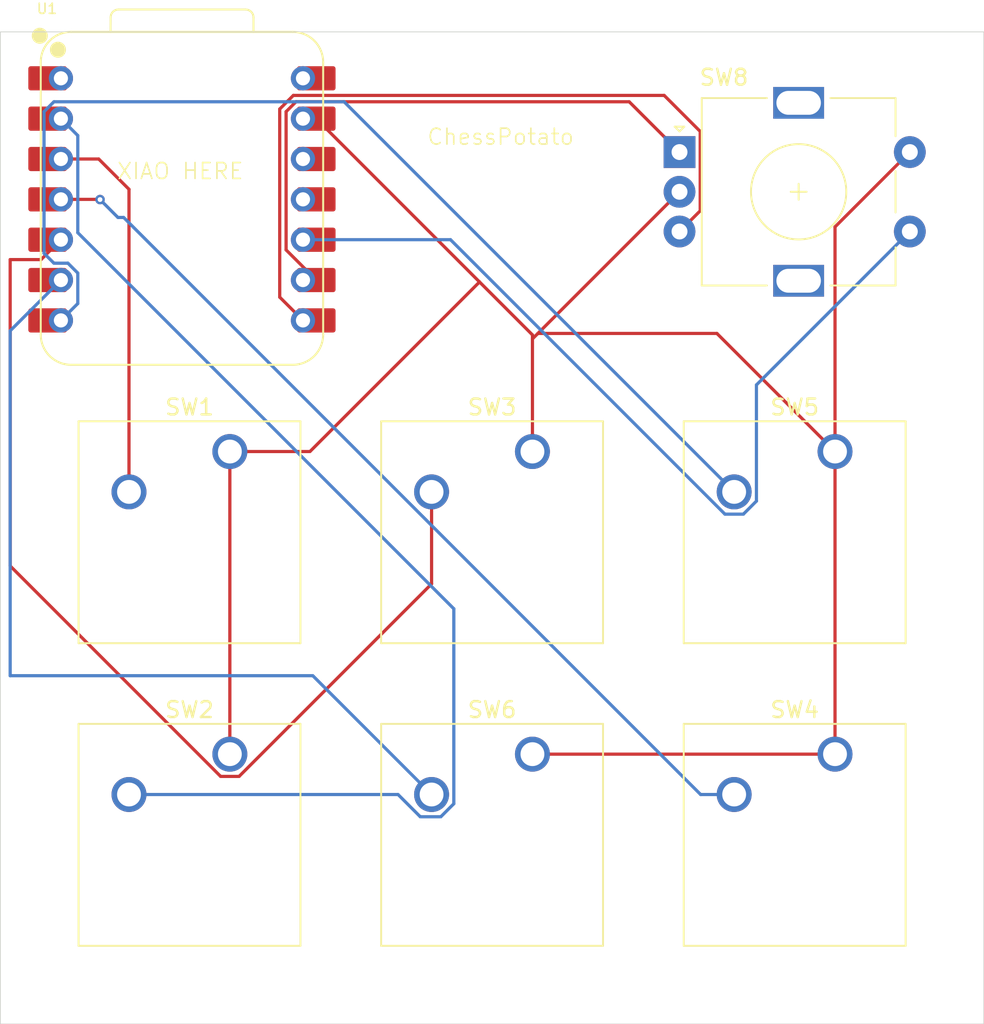
<source format=kicad_pcb>
(kicad_pcb (version 20241229) (generator "pcbnew") (generator_version "9.0")
  (layers (0 "F.Cu" signal) (2 "B.Cu" signal) (13 "F.Paste" user) (15 "B.Paste" user) (5 "F.SilkS" user "F.Silkscreen") (7 "B.SilkS" user "B.Silkscreen") (1 "F.Mask" user) (3 "B.Mask" user) (25 "Edge.Cuts" user))
  (net 0 "")
  (net 1 "GND")
  (net 2 "Net-(U1-GPIO28{slash}ADC2{slash}A2)")
  (net 3 "Net-(U1-GPIO27{slash}ADC1{slash}A1)")
  (net 4 "Net-(U1-GPIO6{slash}SDA)")
  (net 5 "Net-(U1-GPIO29{slash}ADC3{slash}A3)")
  (net 6 "Net-(U1-GPIO0{slash}TX)")
  (net 7 "Net-(U1-GPIO7{slash}SCL)")
  (net 8 "Net-(U1-GPIO4{slash}MISO)")
  (net 9 "Net-(U1-GPIO2{slash}SCK)")
  (net 10 "Net-(U1-GPIO1{slash}RX)")
  (net 12 "+5V")
  (footprint "Button_Switch_Keyboard:SW_Cherry_MX_1.00u_PCB" (layer "F.Cu") (at 135.274832 57.327172)
    (property "Reference" "SW3" (at -2.54 -2.794 0) (layer "F.SilkS"))
    (property "Value" "SW_Push")
    (fp_line (start -9.525 -1.905) (end 4.445 -1.905) (stroke (width 0.12)) (layer "F.SilkS"))
    (fp_line (start -9.525 12.065) (end -9.525 -1.905) (stroke (width 0.12)) (layer "F.SilkS"))
    (fp_line (start 4.445 -1.905) (end 4.445 12.065) (stroke (width 0.12)) (layer "F.SilkS"))
    (fp_line (start 4.445 12.065) (end -9.525 12.065) (stroke (width 0.12)) (layer "F.SilkS"))
    (pad "" np_thru_hole circle (at -7.62 5.08) (size 1.7 1.7) (drill 1.7) (layers "*.Cu" "*.Mask"))
    (pad "" np_thru_hole circle (at -2.54 5.08) (size 4 4) (drill 4) (layers "*.Cu" "*.Mask"))
    (pad "" np_thru_hole circle (at 2.54 5.08) (size 1.7 1.7) (drill 1.7) (layers "*.Cu" "*.Mask"))
    (pad "1" thru_hole circle (at 0 0) (size 2.2 2.2) (drill 1.5) (layers "*.Cu" "*.Mask") (net 1 "GND"))
    (pad "2" thru_hole circle (at -6.35 2.54) (size 2.2 2.2) (drill 1.5) (layers "*.Cu" "*.Mask") (net 4 "Net-(U1-GPIO6{slash}SDA)"))
  )
  (footprint "Button_Switch_Keyboard:SW_Cherry_MX_1.00u_PCB" (layer "F.Cu") (at 154.324832 57.327172)
    (property "Reference" "SW5" (at -2.54 -2.794 0) (layer "F.SilkS"))
    (property "Value" "SW_Push")
    (fp_line (start -9.525 -1.905) (end 4.445 -1.905) (stroke (width 0.12)) (layer "F.SilkS"))
    (fp_line (start -9.525 12.065) (end -9.525 -1.905) (stroke (width 0.12)) (layer "F.SilkS"))
    (fp_line (start 4.445 -1.905) (end 4.445 12.065) (stroke (width 0.12)) (layer "F.SilkS"))
    (fp_line (start 4.445 12.065) (end -9.525 12.065) (stroke (width 0.12)) (layer "F.SilkS"))
    (pad "" np_thru_hole circle (at -7.62 5.08) (size 1.7 1.7) (drill 1.7) (layers "*.Cu" "*.Mask"))
    (pad "" np_thru_hole circle (at -2.54 5.08) (size 4 4) (drill 4) (layers "*.Cu" "*.Mask"))
    (pad "" np_thru_hole circle (at 2.54 5.08) (size 1.7 1.7) (drill 1.7) (layers "*.Cu" "*.Mask"))
    (pad "1" thru_hole circle (at 0 0) (size 2.2 2.2) (drill 1.5) (layers "*.Cu" "*.Mask") (net 1 "GND"))
    (pad "2" thru_hole circle (at -6.35 2.54) (size 2.2 2.2) (drill 1.5) (layers "*.Cu" "*.Mask") (net 6 "Net-(U1-GPIO0{slash}TX)"))
  )
  (footprint "Button_Switch_Keyboard:SW_Cherry_MX_1.00u_PCB" (layer "F.Cu") (at 135.274832 76.377172)
    (property "Reference" "SW6" (at -2.54 -2.794 0) (layer "F.SilkS"))
    (property "Value" "SW_Push")
    (fp_line (start -9.525 -1.905) (end 4.445 -1.905) (stroke (width 0.12)) (layer "F.SilkS"))
    (fp_line (start -9.525 12.065) (end -9.525 -1.905) (stroke (width 0.12)) (layer "F.SilkS"))
    (fp_line (start 4.445 -1.905) (end 4.445 12.065) (stroke (width 0.12)) (layer "F.SilkS"))
    (fp_line (start 4.445 12.065) (end -9.525 12.065) (stroke (width 0.12)) (layer "F.SilkS"))
    (pad "" np_thru_hole circle (at -7.62 5.08) (size 1.7 1.7) (drill 1.7) (layers "*.Cu" "*.Mask"))
    (pad "" np_thru_hole circle (at -2.54 5.08) (size 4 4) (drill 4) (layers "*.Cu" "*.Mask"))
    (pad "" np_thru_hole circle (at 2.54 5.08) (size 1.7 1.7) (drill 1.7) (layers "*.Cu" "*.Mask"))
    (pad "1" thru_hole circle (at 0 0) (size 2.2 2.2) (drill 1.5) (layers "*.Cu" "*.Mask") (net 1 "GND"))
    (pad "2" thru_hole circle (at -6.35 2.54) (size 2.2 2.2) (drill 1.5) (layers "*.Cu" "*.Mask") (net 7 "Net-(U1-GPIO7{slash}SCL)"))
  )
  (footprint "Button_Switch_Keyboard:SW_Cherry_MX_1.00u_PCB" (layer "F.Cu") (at 116.224832 76.377172)
    (property "Reference" "SW2" (at -2.54 -2.794 0) (layer "F.SilkS"))
    (property "Value" "SW_Push")
    (fp_line (start -9.525 -1.905) (end 4.445 -1.905) (stroke (width 0.12)) (layer "F.SilkS"))
    (fp_line (start -9.525 12.065) (end -9.525 -1.905) (stroke (width 0.12)) (layer "F.SilkS"))
    (fp_line (start 4.445 -1.905) (end 4.445 12.065) (stroke (width 0.12)) (layer "F.SilkS"))
    (fp_line (start 4.445 12.065) (end -9.525 12.065) (stroke (width 0.12)) (layer "F.SilkS"))
    (pad "" np_thru_hole circle (at -7.62 5.08) (size 1.7 1.7) (drill 1.7) (layers "*.Cu" "*.Mask"))
    (pad "" np_thru_hole circle (at -2.54 5.08) (size 4 4) (drill 4) (layers "*.Cu" "*.Mask"))
    (pad "" np_thru_hole circle (at 2.54 5.08) (size 1.7 1.7) (drill 1.7) (layers "*.Cu" "*.Mask"))
    (pad "1" thru_hole circle (at 0 0) (size 2.2 2.2) (drill 1.5) (layers "*.Cu" "*.Mask") (net 1 "GND"))
    (pad "2" thru_hole circle (at -6.35 2.54) (size 2.2 2.2) (drill 1.5) (layers "*.Cu" "*.Mask") (net 3 "Net-(U1-GPIO27{slash}ADC1{slash}A1)"))
  )
  (footprint "Button_Switch_Keyboard:SW_Cherry_MX_1.00u_PCB" (layer "F.Cu") (at 154.324832 76.377172)
    (property "Reference" "SW4" (at -2.54 -2.794 0) (layer "F.SilkS"))
    (property "Value" "SW_Push")
    (fp_line (start -9.525 -1.905) (end 4.445 -1.905) (stroke (width 0.12)) (layer "F.SilkS"))
    (fp_line (start -9.525 12.065) (end -9.525 -1.905) (stroke (width 0.12)) (layer "F.SilkS"))
    (fp_line (start 4.445 -1.905) (end 4.445 12.065) (stroke (width 0.12)) (layer "F.SilkS"))
    (fp_line (start 4.445 12.065) (end -9.525 12.065) (stroke (width 0.12)) (layer "F.SilkS"))
    (pad "" np_thru_hole circle (at -7.62 5.08) (size 1.7 1.7) (drill 1.7) (layers "*.Cu" "*.Mask"))
    (pad "" np_thru_hole circle (at -2.54 5.08) (size 4 4) (drill 4) (layers "*.Cu" "*.Mask"))
    (pad "" np_thru_hole circle (at 2.54 5.08) (size 1.7 1.7) (drill 1.7) (layers "*.Cu" "*.Mask"))
    (pad "1" thru_hole circle (at 0 0) (size 2.2 2.2) (drill 1.5) (layers "*.Cu" "*.Mask") (net 1 "GND"))
    (pad "2" thru_hole circle (at -6.35 2.54) (size 2.2 2.2) (drill 1.5) (layers "*.Cu" "*.Mask") (net 5 "Net-(U1-GPIO29{slash}ADC3{slash}A3)"))
  )
  (footprint "Button_Switch_Keyboard:SW_Cherry_MX_1.00u_PCB" (layer "F.Cu") (at 116.224832 57.327172)
    (property "Reference" "SW1" (at -2.54 -2.794 0) (layer "F.SilkS"))
    (property "Value" "SW_Push")
    (fp_line (start -9.525 -1.905) (end 4.445 -1.905) (stroke (width 0.12)) (layer "F.SilkS"))
    (fp_line (start -9.525 12.065) (end -9.525 -1.905) (stroke (width 0.12)) (layer "F.SilkS"))
    (fp_line (start 4.445 -1.905) (end 4.445 12.065) (stroke (width 0.12)) (layer "F.SilkS"))
    (fp_line (start 4.445 12.065) (end -9.525 12.065) (stroke (width 0.12)) (layer "F.SilkS"))
    (pad "" np_thru_hole circle (at -7.62 5.08) (size 1.7 1.7) (drill 1.7) (layers "*.Cu" "*.Mask"))
    (pad "" np_thru_hole circle (at -2.54 5.08) (size 4 4) (drill 4) (layers "*.Cu" "*.Mask"))
    (pad "" np_thru_hole circle (at 2.54 5.08) (size 1.7 1.7) (drill 1.7) (layers "*.Cu" "*.Mask"))
    (pad "1" thru_hole circle (at 0 0) (size 2.2 2.2) (drill 1.5) (layers "*.Cu" "*.Mask") (net 1 "GND"))
    (pad "2" thru_hole circle (at -6.35 2.54) (size 2.2 2.2) (drill 1.5) (layers "*.Cu" "*.Mask") (net 2 "Net-(U1-GPIO28{slash}ADC2{slash}A2)"))
  )
  (footprint "Seeed Studio XIAO Series Library:XIAO-RP2040-DIP" (layer "F.Cu") (at 113.208582 41.452172)
    (property "Reference" "U1" (at -8.5 -12 0) (layer "F.SilkS") (effects (font (size 0.635 0.635) (thickness 0.1016))))
    (property "Value" "XIAO-RP2040-DIP")
    (fp_line (start -8.89 8.509) (end -8.89 -8.636) (stroke (width 0.127)) (layer "F.SilkS"))
    (fp_line (start -6.985 10.414) (end 6.985 10.414) (stroke (width 0.127)) (layer "F.SilkS"))
    (fp_line (start -4.495 -10.541) (end -4.491272 -11.451272) (stroke (width 0.127)) (layer "F.SilkS"))
    (fp_line (start -3.991272 -11.951) (end 4.004 -11.951) (stroke (width 0.127)) (layer "F.SilkS"))
    (fp_line (start 4.504 -11.451) (end 4.504 -10.541) (stroke (width 0.127)) (layer "F.SilkS"))
    (fp_line (start 6.985 -10.541) (end -6.985 -10.541) (stroke (width 0.1)) (layer "F.SilkS"))
    (fp_line (start 6.985 -10.541) (end -6.985 -10.541) (stroke (width 0.127)) (layer "F.SilkS"))
    (fp_line (start 8.89 8.509) (end 8.89 -8.636) (stroke (width 0.127)) (layer "F.SilkS"))
    (fp_arc (start -8.89 -8.636) (mid -8.332038 -9.983038) (end -6.985 -10.541) (stroke (width 0.127)) (layer "F.SilkS"))
    (fp_arc (start -6.985 10.414) (mid -8.332038 9.856038) (end -8.89 8.509) (stroke (width 0.127)) (layer "F.SilkS"))
    (fp_arc (start -4.491272 -11.451272) (mid -4.344728 -11.80464) (end -3.991272 -11.951) (stroke (width 0.127)) (layer "F.SilkS"))
    (fp_arc (start 4.004 -11.951) (mid 4.357553 -11.804553) (end 4.504 -11.451) (stroke (width 0.127)) (layer "F.SilkS"))
    (fp_arc (start 6.985 -10.541) (mid 8.332038 -9.983038) (end 8.89 -8.636) (stroke (width 0.127)) (layer "F.SilkS"))
    (fp_arc (start 8.89 8.509) (mid 8.332038 9.856038) (end 6.985 10.414) (stroke (width 0.127)) (layer "F.SilkS"))
    (fp_circle (center -8.95 -10.3) (end -8.95 -10.554) (stroke (width 0.5)) (fill yes) (layer "F.SilkS"))
    (fp_circle (center -7.807 -9.42) (end -7.807 -9.674) (stroke (width 0.5)) (fill yes) (layer "F.SilkS"))
    (pad "1" smd roundrect (at -8.455 -7.62 180) (size 2.432 1.524) (layers "F.Cu" "F.Mask") (roundrect_rratio 0.1))
    (pad "1" thru_hole circle (at -7.62 -7.62 180) (size 1.524 1.524) (drill 0.889) (layers "*.Cu" "*.Mask"))
    (pad "2" smd roundrect (at -8.455 -5.08 180) (size 2.432 1.524) (layers "F.Cu" "F.Mask") (roundrect_rratio 0.1) (net 3 "Net-(U1-GPIO27{slash}ADC1{slash}A1)"))
    (pad "2" thru_hole circle (at -7.62 -5.08 180) (size 1.524 1.524) (drill 0.889) (layers "*.Cu" "*.Mask") (net 3 "Net-(U1-GPIO27{slash}ADC1{slash}A1)"))
    (pad "3" smd roundrect (at -8.455 -2.54 180) (size 2.432 1.524) (layers "F.Cu" "F.Mask") (roundrect_rratio 0.1) (net 2 "Net-(U1-GPIO28{slash}ADC2{slash}A2)"))
    (pad "3" thru_hole circle (at -7.62 -2.54 180) (size 1.524 1.524) (drill 0.889) (layers "*.Cu" "*.Mask") (net 2 "Net-(U1-GPIO28{slash}ADC2{slash}A2)"))
    (pad "4" smd roundrect (at -8.455 0 180) (size 2.432 1.524) (layers "F.Cu" "F.Mask") (roundrect_rratio 0.1) (net 5 "Net-(U1-GPIO29{slash}ADC3{slash}A3)"))
    (pad "4" thru_hole circle (at -7.62 0 180) (size 1.524 1.524) (drill 0.889) (layers "*.Cu" "*.Mask") (net 5 "Net-(U1-GPIO29{slash}ADC3{slash}A3)"))
    (pad "5" smd roundrect (at -8.455 2.54 180) (size 2.432 1.524) (layers "F.Cu" "F.Mask") (roundrect_rratio 0.1) (net 4 "Net-(U1-GPIO6{slash}SDA)"))
    (pad "5" thru_hole circle (at -7.62 2.54 180) (size 1.524 1.524) (drill 0.889) (layers "*.Cu" "*.Mask") (net 4 "Net-(U1-GPIO6{slash}SDA)"))
    (pad "6" smd roundrect (at -8.455 5.08 180) (size 2.432 1.524) (layers "F.Cu" "F.Mask") (roundrect_rratio 0.1) (net 7 "Net-(U1-GPIO7{slash}SCL)"))
    (pad "6" thru_hole circle (at -7.62 5.08 180) (size 1.524 1.524) (drill 0.889) (layers "*.Cu" "*.Mask") (net 7 "Net-(U1-GPIO7{slash}SCL)"))
    (pad "7" smd roundrect (at -8.455 7.62 180) (size 2.432 1.524) (layers "F.Cu" "F.Mask") (roundrect_rratio 0.1) (net 6 "Net-(U1-GPIO0{slash}TX)"))
    (pad "7" thru_hole circle (at -7.62 7.62 180) (size 1.524 1.524) (drill 0.889) (layers "*.Cu" "*.Mask") (net 6 "Net-(U1-GPIO0{slash}TX)"))
    (pad "8" thru_hole circle (at 7.62 7.62) (size 1.524 1.524) (drill 0.889) (layers "*.Cu" "*.Mask") (net 10 "Net-(U1-GPIO1{slash}RX)"))
    (pad "8" smd roundrect (at 8.455 7.62) (size 2.432 1.524) (layers "F.Cu" "F.Mask") (roundrect_rratio 0.1) (net 10 "Net-(U1-GPIO1{slash}RX)"))
    (pad "9" thru_hole circle (at 7.62 5.08) (size 1.524 1.524) (drill 0.889) (layers "*.Cu" "*.Mask") (net 9 "Net-(U1-GPIO2{slash}SCK)"))
    (pad "9" smd roundrect (at 8.455 5.08) (size 2.432 1.524) (layers "F.Cu" "F.Mask") (roundrect_rratio 0.1) (net 9 "Net-(U1-GPIO2{slash}SCK)"))
    (pad "10" thru_hole circle (at 7.62 2.54) (size 1.524 1.524) (drill 0.889) (layers "*.Cu" "*.Mask") (net 8 "Net-(U1-GPIO4{slash}MISO)"))
    (pad "10" smd roundrect (at 8.455 2.54) (size 2.432 1.524) (layers "F.Cu" "F.Mask") (roundrect_rratio 0.1) (net 8 "Net-(U1-GPIO4{slash}MISO)"))
    (pad "11" thru_hole circle (at 7.62 0) (size 1.524 1.524) (drill 0.889) (layers "*.Cu" "*.Mask"))
    (pad "11" smd roundrect (at 8.455 0) (size 2.432 1.524) (layers "F.Cu" "F.Mask") (roundrect_rratio 0.1))
    (pad "12" thru_hole circle (at 7.62 -2.54) (size 1.524 1.524) (drill 0.889) (layers "*.Cu" "*.Mask"))
    (pad "12" smd roundrect (at 8.455 -2.54) (size 2.432 1.524) (layers "F.Cu" "F.Mask") (roundrect_rratio 0.1))
    (pad "13" thru_hole circle (at 7.62 -5.08) (size 1.524 1.524) (drill 0.889) (layers "*.Cu" "*.Mask") (net 1 "GND"))
    (pad "13" smd roundrect (at 8.455 -5.08) (size 2.432 1.524) (layers "F.Cu" "F.Mask") (roundrect_rratio 0.1) (net 1 "GND"))
    (pad "14" thru_hole circle (at 7.62 -7.62) (size 1.524 1.524) (drill 0.889) (layers "*.Cu" "*.Mask") (net 12 "+5V"))
    (pad "14" smd roundrect (at 8.455 -7.62) (size 2.432 1.524) (layers "F.Cu" "F.Mask") (roundrect_rratio 0.1) (net 12 "+5V"))
  )
  (footprint "Rotary_Encoder:RotaryEncoder_Alps_EC11E-Switch_Vertical_H20mm" (layer "F.Cu") (at 144.534832 38.475922)
    (property "Reference" "SW8" (at 2.8 -4.7 0) (layer "F.SilkS"))
    (property "Value" "RotaryEncoder_Switch")
    (fp_line (start -0.3 -1.6) (end 0.3 -1.6) (stroke (width 0.12)) (layer "F.SilkS"))
    (fp_line (start 0 -1.3) (end -0.3 -1.6) (stroke (width 0.12)) (layer "F.SilkS"))
    (fp_line (start 0.3 -1.6) (end 0 -1.3) (stroke (width 0.12)) (layer "F.SilkS"))
    (fp_line (start 1.4 -3.4) (end 1.4 8.4) (stroke (width 0.12)) (layer "F.SilkS"))
    (fp_line (start 5.5 -3.4) (end 1.4 -3.4) (stroke (width 0.12)) (layer "F.SilkS"))
    (fp_line (start 5.5 8.4) (end 1.4 8.4) (stroke (width 0.12)) (layer "F.SilkS"))
    (fp_line (start 7 2.5) (end 8 2.5) (stroke (width 0.12)) (layer "F.SilkS"))
    (fp_line (start 7.5 2) (end 7.5 3) (stroke (width 0.12)) (layer "F.SilkS"))
    (fp_line (start 9.5 -3.4) (end 13.6 -3.4) (stroke (width 0.12)) (layer "F.SilkS"))
    (fp_line (start 13.6 -3.4) (end 13.6 -1) (stroke (width 0.12)) (layer "F.SilkS"))
    (fp_line (start 13.6 1.2) (end 13.6 3.8) (stroke (width 0.12)) (layer "F.SilkS"))
    (fp_line (start 13.6 6) (end 13.6 8.4) (stroke (width 0.12)) (layer "F.SilkS"))
    (fp_line (start 13.6 8.4) (end 9.5 8.4) (stroke (width 0.12)) (layer "F.SilkS"))
    (fp_circle (center 7.5 2.5) (end 10.5 2.5) (stroke (width 0.12)) (fill no) (layer "F.SilkS"))
    (pad "A" thru_hole rect (at 0 0) (size 2 2) (drill 1) (layers "*.Cu" "*.Mask") (net 9 "Net-(U1-GPIO2{slash}SCK)"))
    (pad "B" thru_hole circle (at 0 5) (size 2 2) (drill 1) (layers "*.Cu" "*.Mask") (net 10 "Net-(U1-GPIO1{slash}RX)"))
    (pad "C" thru_hole circle (at 0 2.5) (size 2 2) (drill 1) (layers "*.Cu" "*.Mask") (net 1 "GND"))
    (pad "MP" thru_hole rect (at 7.5 -3.1) (size 3.2 2) (drill oval 2.8 1.5) (layers "*.Cu" "*.Mask"))
    (pad "MP" thru_hole rect (at 7.5 8.1) (size 3.2 2) (drill oval 2.8 1.5) (layers "*.Cu" "*.Mask"))
    (pad "S1" thru_hole circle (at 14.5 5) (size 2 2) (drill 1) (layers "*.Cu" "*.Mask") (net 8 "Net-(U1-GPIO4{slash}MISO)"))
    (pad "S2" thru_hole circle (at 14.5 0) (size 2 2) (drill 1) (layers "*.Cu" "*.Mask") (net 1 "GND"))
  )
  (gr_rect (start 101.778582 30.909939) (end 163.691082 93.363422) (stroke (width 0.05)) (fill no) (layer "Edge.Cuts"))
  (gr_text "ChessPotato" (at 128.5875 38.1 0) (layer "F.SilkS") (effects (font (size 1 1) (thickness 0.1)) (justify left bottom)))
  (gr_text "XIAO HERE" (at 109.060397 40.261969 0) (layer "F.SilkS") (effects (font (size 1 1) (thickness 0.1)) (justify left bottom)))
  (segment (start 146.890537 49.892877) (end 135.617877 49.892877) (width 0.2) (layer "F.Cu") (net 1))
  (segment (start 159.034832 38.475922) (end 154.324832 43.185922) (width 0.2) (layer "F.Cu") (net 1))
  (segment (start 154.324832 57.327172) (end 146.890537 49.892877) (width 0.2) (layer "F.Cu") (net 1))
  (segment (start 116.224832 57.327172) (end 121.266578 57.327172) (width 0.2) (layer "F.Cu") (net 1))
  (segment (start 135.274832 49.983422) (end 131.94258 46.65117) (width 0.2) (layer "F.Cu") (net 1))
  (segment (start 135.274832 57.327172) (end 135.274832 50.235922) (width 0.2) (layer "F.Cu") (net 1))
  (segment (start 154.324832 76.377172) (end 154.324832 57.327172) (width 0.2) (layer "F.Cu") (net 1))
  (segment (start 135.617877 49.892877) (end 144.534832 40.975922) (width 0.2) (layer "F.Cu") (net 1))
  (segment (start 135.274832 50.235922) (end 135.274832 49.983422) (width 0.2) (layer "F.Cu") (net 1))
  (segment (start 116.224832 76.377172) (end 116.224832 57.327172) (width 0.2) (layer "F.Cu") (net 1))
  (segment (start 121.266578 57.327172) (end 131.94258 46.65117) (width 0.2) (layer "F.Cu") (net 1))
  (segment (start 135.274832 50.235922) (end 135.617877 49.892877) (width 0.2) (layer "F.Cu") (net 1))
  (segment (start 135.274832 76.377172) (end 154.324832 76.377172) (width 0.2) (layer "F.Cu") (net 1))
  (segment (start 154.324832 43.185922) (end 154.324832 57.327172) (width 0.2) (layer "F.Cu") (net 1))
  (segment (start 131.94258 46.65117) (end 121.663582 36.372172) (width 0.2) (layer "F.Cu") (net 1))
  (segment (start 109.874832 40.818582) (end 107.968422 38.912172) (width 0.2) (layer "F.Cu") (net 2))
  (segment (start 109.874832 59.867172) (end 109.874832 40.818582) (width 0.2) (layer "F.Cu") (net 2))
  (segment (start 107.968422 38.912172) (end 105.588582 38.912172) (width 0.2) (layer "F.Cu") (net 2))
  (segment (start 106.651582 43.551862) (end 106.651582 37.435172) (width 0.2) (layer "B.Cu") (net 3))
  (segment (start 130.325832 67.226112) (end 106.651582 43.551862) (width 0.2) (layer "B.Cu") (net 3))
  (segment (start 129.505146 80.318172) (end 130.325832 79.497486) (width 0.2) (layer "B.Cu") (net 3))
  (segment (start 106.651582 37.435172) (end 105.588582 36.372172) (width 0.2) (layer "B.Cu") (net 3))
  (segment (start 130.325832 79.497486) (end 130.325832 67.226112) (width 0.2) (layer "B.Cu") (net 3))
  (segment (start 128.214302 80.318172) (end 129.505146 80.318172) (width 0.2) (layer "B.Cu") (net 3))
  (segment (start 109.874832 78.917172) (end 126.813302 78.917172) (width 0.2) (layer "B.Cu") (net 3))
  (segment (start 126.813302 78.917172) (end 128.214302 80.318172) (width 0.2) (layer "B.Cu") (net 3))
  (segment (start 104.337004 45.24375) (end 105.588582 43.992172) (width 0.2) (layer "F.Cu") (net 4))
  (segment (start 102.39375 45.24375) (end 104.337004 45.24375) (width 0.2) (layer "F.Cu") (net 4))
  (segment (start 128.924832 65.658486) (end 116.805146 77.778172) (width 0.2) (layer "F.Cu") (net 4))
  (segment (start 128.924832 59.867172) (end 128.924832 65.658486) (width 0.2) (layer "F.Cu") (net 4))
  (segment (start 102.39375 64.527404) (end 102.39375 45.24375) (width 0.2) (layer "F.Cu") (net 4))
  (segment (start 115.644518 77.778172) (end 102.39375 64.527404) (width 0.2) (layer "F.Cu") (net 4))
  (segment (start 116.805146 77.778172) (end 115.644518 77.778172) (width 0.2) (layer "F.Cu") (net 4))
  (segment (start 108.038607 41.452172) (end 108.051576 41.465141) (width 0.2) (layer "F.Cu") (net 5))
  (segment (start 105.588582 41.452172) (end 108.038607 41.452172) (width 0.2) (layer "F.Cu") (net 5))
  (via (at 108.051576 41.465141) (size 0.6) (drill 0.3) (layers "F.Cu" "B.Cu") (net 5))
  (segment (start 145.863302 78.917172) (end 109.5375 42.59137) (width 0.2) (layer "B.Cu") (net 5))
  (segment (start 147.974832 78.917172) (end 145.863302 78.917172) (width 0.2) (layer "B.Cu") (net 5))
  (segment (start 109.177805 42.59137) (end 108.051576 41.465141) (width 0.2) (layer "B.Cu") (net 5))
  (segment (start 109.5375 42.59137) (end 109.177805 42.59137) (width 0.2) (layer "B.Cu") (net 5))
  (segment (start 105.148272 45.469172) (end 106.028892 45.469172) (width 0.2) (layer "B.Cu") (net 6))
  (segment (start 106.651582 46.091862) (end 106.651582 48.009172) (width 0.2) (layer "B.Cu") (net 6))
  (segment (start 106.028892 45.469172) (end 106.651582 46.091862) (width 0.2) (layer "B.Cu") (net 6))
  (segment (start 105.148272 35.309172) (end 104.525582 35.931862) (width 0.2) (layer "B.Cu") (net 6))
  (segment (start 123.416832 35.309172) (end 105.148272 35.309172) (width 0.2) (layer "B.Cu") (net 6))
  (segment (start 106.651582 48.009172) (end 105.588582 49.072172) (width 0.2) (layer "B.Cu") (net 6))
  (segment (start 104.525582 44.846482) (end 105.148272 45.469172) (width 0.2) (layer "B.Cu") (net 6))
  (segment (start 104.525582 35.931862) (end 104.525582 44.846482) (width 0.2) (layer "B.Cu") (net 6))
  (segment (start 147.974832 59.867172) (end 123.416832 35.309172) (width 0.2) (layer "B.Cu") (net 6))
  (segment (start 121.44516 71.4375) (end 102.39375 71.4375) (width 0.2) (layer "B.Cu") (net 7))
  (segment (start 128.924832 78.917172) (end 121.44516 71.4375) (width 0.2) (layer "B.Cu") (net 7))
  (segment (start 102.39375 71.4375) (end 102.39375 49.727004) (width 0.2) (layer "B.Cu") (net 7))
  (segment (start 102.39375 49.727004) (end 105.588582 46.532172) (width 0.2) (layer "B.Cu") (net 7))
  (segment (start 148.555146 61.268172) (end 147.394518 61.268172) (width 0.2) (layer "B.Cu") (net 8))
  (segment (start 159.034832 43.475922) (end 149.375832 53.134922) (width 0.2) (layer "B.Cu") (net 8))
  (segment (start 149.375832 60.447486) (end 148.555146 61.268172) (width 0.2) (layer "B.Cu") (net 8))
  (segment (start 130.118518 43.992172) (end 120.828582 43.992172) (width 0.2) (layer "B.Cu") (net 8))
  (segment (start 149.375832 53.134922) (end 149.375832 60.447486) (width 0.2) (layer "B.Cu") (net 8))
  (segment (start 147.394518 61.268172) (end 130.118518 43.992172) (width 0.2) (layer "B.Cu") (net 8))
  (segment (start 120.388272 35.309172) (end 119.765582 35.931862) (width 0.2) (layer "F.Cu") (net 9))
  (segment (start 119.765582 35.931862) (end 119.765582 44.634172) (width 0.2) (layer "F.Cu") (net 9))
  (segment (start 141.368082 35.309172) (end 120.388272 35.309172) (width 0.2) (layer "F.Cu") (net 9))
  (segment (start 119.765582 44.634172) (end 121.663582 46.532172) (width 0.2) (layer "F.Cu") (net 9))
  (segment (start 144.534832 38.475922) (end 141.368082 35.309172) (width 0.2) (layer "F.Cu") (net 9))
  (segment (start 145.835832 37.174922) (end 143.569082 34.908172) (width 0.2) (layer "F.Cu") (net 10))
  (segment (start 145.835832 42.174922) (end 145.835832 37.174922) (width 0.2) (layer "F.Cu") (net 10))
  (segment (start 119.364582 35.765762) (end 119.364582 47.608172) (width 0.2) (layer "F.Cu") (net 10))
  (segment (start 144.534832 43.475922) (end 145.835832 42.174922) (width 0.2) (layer "F.Cu") (net 10))
  (segment (start 120.222172 34.908172) (end 119.364582 35.765762) (width 0.2) (layer "F.Cu") (net 10))
  (segment (start 119.364582 47.608172) (end 120.828582 49.072172) (width 0.2) (layer "F.Cu") (net 10))
  (segment (start 143.569082 34.908172) (end 120.222172 34.908172) (width 0.2) (layer "F.Cu") (net 10))
)
</source>
